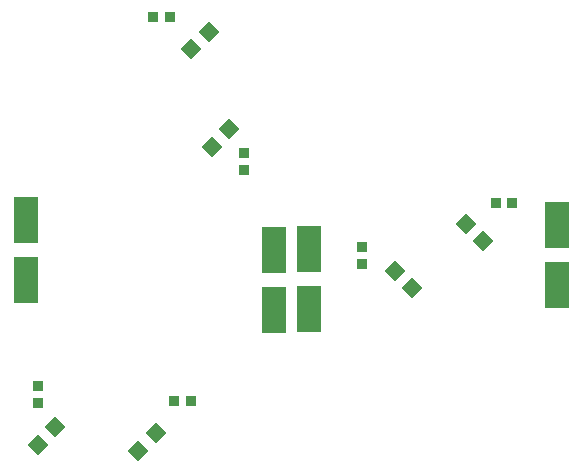
<source format=gbp>
G04*
G04 #@! TF.GenerationSoftware,Altium Limited,Altium Designer,23.1.1 (15)*
G04*
G04 Layer_Color=128*
%FSLAX44Y44*%
%MOMM*%
G71*
G04*
G04 #@! TF.SameCoordinates,FE5ED9A9-07CB-4C5F-963A-3420CF118FF3*
G04*
G04*
G04 #@! TF.FilePolarity,Positive*
G04*
G01*
G75*
%ADD16R,0.9621X0.9350*%
%ADD17R,2.0000X4.0000*%
%ADD18P,1.6971X4X360.0*%
%ADD19P,1.6971X4X90.0*%
%ADD20R,0.9350X0.9621*%
D16*
X25000Y140000D02*
D03*
Y125692D02*
D03*
X300000Y257154D02*
D03*
Y242846D02*
D03*
X200000Y322846D02*
D03*
Y337154D02*
D03*
D17*
X15000Y280800D02*
D03*
Y230000D02*
D03*
X465000Y275800D02*
D03*
Y225000D02*
D03*
X225000Y204200D02*
D03*
Y255000D02*
D03*
X255000Y205000D02*
D03*
Y255800D02*
D03*
D18*
X387575Y277425D02*
D03*
X402425Y262575D02*
D03*
X327575Y237425D02*
D03*
X342425Y222575D02*
D03*
D19*
X110075Y85075D02*
D03*
X124925Y99925D02*
D03*
X25151Y90151D02*
D03*
X40000Y105000D02*
D03*
X169925Y439925D02*
D03*
X155075Y425075D02*
D03*
X172575Y342575D02*
D03*
X187425Y357425D02*
D03*
D20*
X154654Y127500D02*
D03*
X140346D02*
D03*
X122846Y452500D02*
D03*
X137154D02*
D03*
X427154Y295000D02*
D03*
X412846D02*
D03*
M02*

</source>
